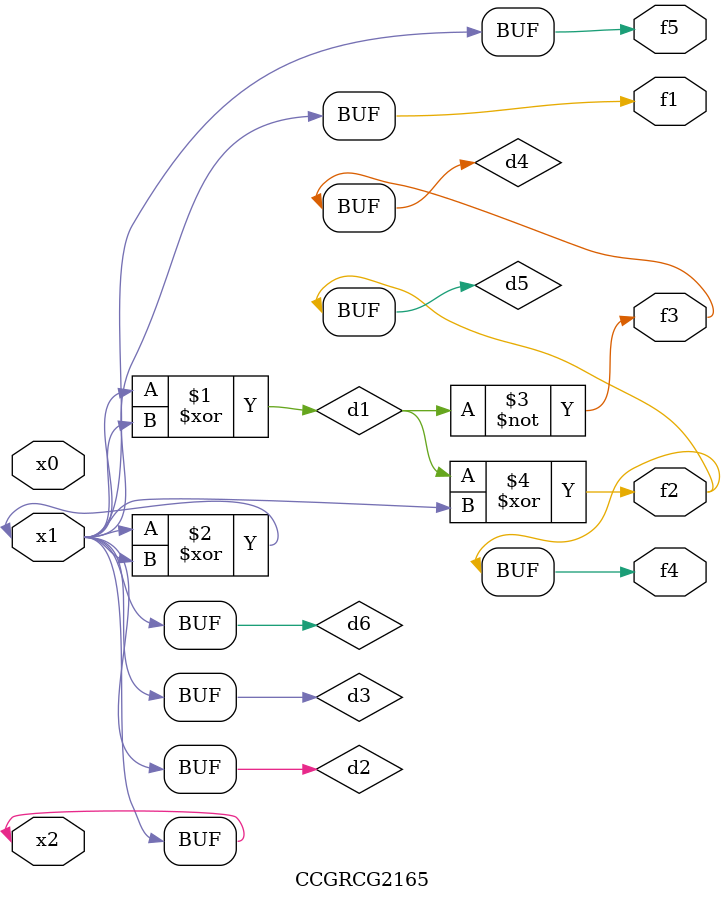
<source format=v>
module CCGRCG2165(
	input x0, x1, x2,
	output f1, f2, f3, f4, f5
);

	wire d1, d2, d3, d4, d5, d6;

	xor (d1, x1, x2);
	buf (d2, x1, x2);
	xor (d3, x1, x2);
	nor (d4, d1);
	xor (d5, d1, d2);
	buf (d6, d2, d3);
	assign f1 = d6;
	assign f2 = d5;
	assign f3 = d4;
	assign f4 = d5;
	assign f5 = d6;
endmodule

</source>
